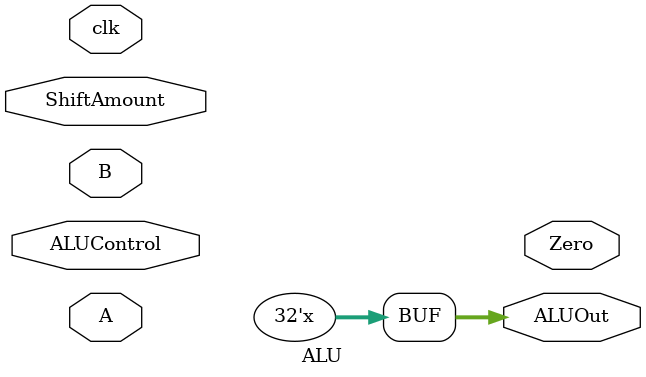
<source format=v>
module ALU(
	 input	clk,
    input [31:0] A, // 32-bit input A
    input [31:0] B, // 32-bit input B
    input [3:0] ALUControl, // 4-bit ALU control
    input [4:0] ShiftAmount, // 5-bit input for shift amount
    output reg [31:0] ALUOut, // 32-bit output
    output reg Zero // Zero flag
   // output reg Overflow, // Overflow flag
   // output reg CarryOut // Carry-out flag
);
reg Overflow;
reg CarryOut;
//reg [31:0] ALUOut;
/*
addu 
subu

*/
always @(*) begin
    case(ALUControl)
        4'b0000: ALUOut <= A + B; // Addition (signed)
        4'b0001: ALUOut <= A - B; // Subtraction (signed)
        4'b0010: ALUOut <= A * B; // Multiplication (signed)
        4'b0011: ALUOut <= A / B; // Division (signed/unsigned)
        4'b0100: ALUOut <= A << ShiftAmount; // Logical shift left
        4'b0101: ALUOut <= A >> ShiftAmount; // Logical shift right
        4'b0110: ALUOut <= A + B; // addu
		  4'b0111: ALUOut <= A - B; // subu
        4'b1000: ALUOut <= A & B; // Logical AND
        4'b1001: ALUOut <= A | B; // Logical OR
        4'b1010: ALUOut <= A ^ B; // Logical XOR
        4'b1011: ALUOut <= ~(A | B); // Logical NOR
   //   4'b1100: ALUOut <= ~(A & B); // Logical NAND ERROR
   //   4'b1101: ALUOut <= ~(A ^ B); // Logical XNOR ERROR
        4'b1110: if(A<B) begin ALUOut <=32'b1 ; end else begin ALUOut <=32'b0; end //ALUOut <= (A > B) ? 32'b1 : 32'b0; => Greater comparison ERROR so convert to slt

   //   4'b1111: ALUOut <= (A == B) ? 32'b1 : 32'b0; // Equal comparison ERROR 


        default: ALUOut <= 32'b0; // Default operation
    endcase
end

always @(*) begin
    if (ALUControl == 4'b0000) begin // Addition (signed)
        Overflow <= (A[31] == B[31] && A[31] != ALUOut[31]);
        CarryOut <= (A[31] & B[31]) | (A[31] & ALUOut[31]) | (B[31] & ALUOut[31]);
    end else if (ALUControl == 4'b0001) begin // Subtraction (signed)
        Overflow <= (A[31] != B[31] && A[31] != ALUOut[31]);
        CarryOut <= (A[31] & B[31]) | (A[31] & ALUOut[31]) | (B[31] & ALUOut[31]);
    end else if (ALUControl == 4'b0010) begin // Multiplication (signed)
        Overflow <= (A[31] == B[31] && A[31] != ALUOut[31]);
        CarryOut <= 1'b0; // No carry-out for multiplication
    end else if (ALUControl == 4'b0011) begin // Division (signed/unsigned)
        Overflow <= (B == 32'b0); // Detect division by zero
        CarryOut <= 1'b0;
	 end else if ((ALUOut < A) && (ALUOut < B) && (ALUControl == 4'b0110)) begin
	 Overflow <= 1'b0;
	 CarryOut <= 1'b1;
    end else begin
        Overflow <= 1'b0;
        CarryOut <= 1'b0;
    end
end


always @* begin
		  if (Overflow && (ALUControl != 0110) && (ALUControl != 0111)) begin //signed overflow check
        ALUOut = 32'bx; 

		  end else if(CarryOut && ((ALUControl == 4'b0110) || (ALUControl == 4'b0111))) begin //unsigned overflow check 
		  ALUOut = 32'bx;
end
end


endmodule

</source>
